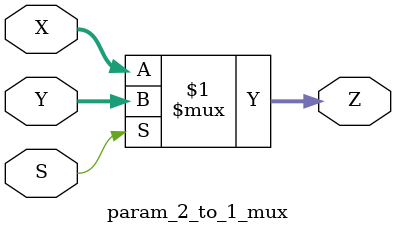
<source format=v>
`timescale 1ns / 1ps
`default_nettype none //helps catch typo-related bugs
module param_2_to_1_mux(X,Y,S,Z);

	//parameter definitions
	parameter N = 8 ; //default of 8 bit bus
	
	

	//port definitions - customize for different bit widths
	input wire [(N-1) : 0 ] X, Y;	// creates bus of appropriate width for inputs
	
	input wire S;	// select input
	
	output wire [(N-1) : 0 ] Z;    // creates bus of appropriate width for inputs
	
	//Implementation
	assign Z = S ? Y : X;

endmodule
`default_nettype wire //some Xilinx IP requires that the default_nettype be set to wire

</source>
